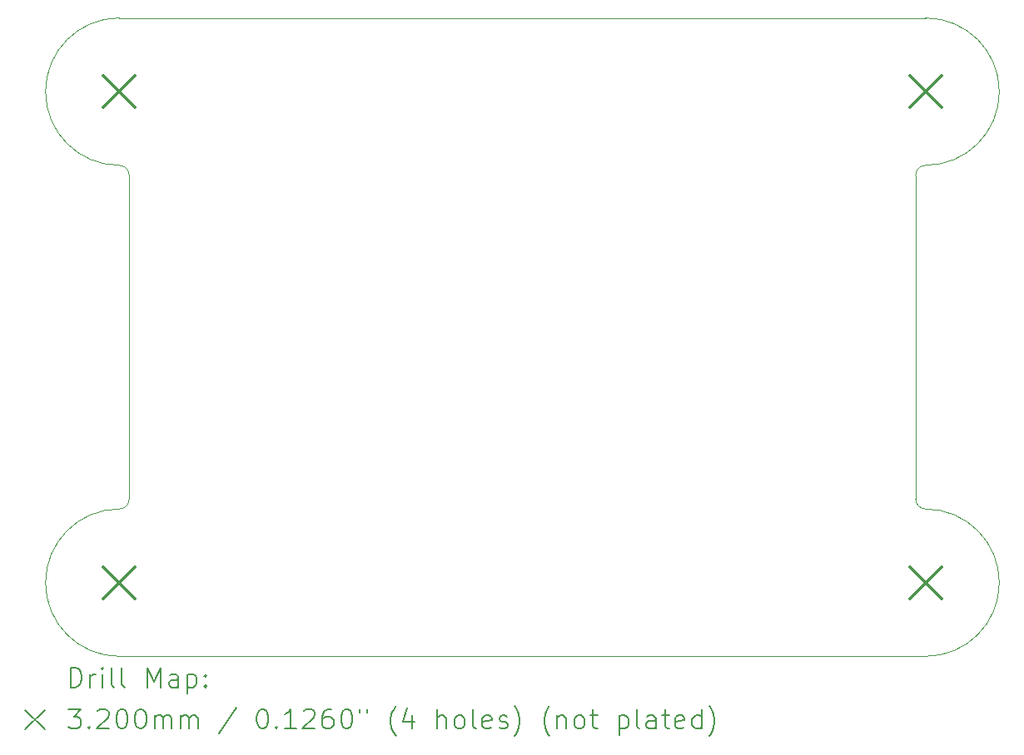
<source format=gbr>
%TF.GenerationSoftware,KiCad,Pcbnew,6.0.11*%
%TF.CreationDate,2023-02-08T13:55:27+01:00*%
%TF.ProjectId,pullup_counter_schematic,70756c6c-7570-45f6-936f-756e7465725f,1*%
%TF.SameCoordinates,Original*%
%TF.FileFunction,Drillmap*%
%TF.FilePolarity,Positive*%
%FSLAX45Y45*%
G04 Gerber Fmt 4.5, Leading zero omitted, Abs format (unit mm)*
G04 Created by KiCad (PCBNEW 6.0.11) date 2023-02-08 13:55:27*
%MOMM*%
%LPD*%
G01*
G04 APERTURE LIST*
%ADD10C,0.100000*%
%ADD11C,0.038100*%
%ADD12C,0.200000*%
%ADD13C,0.320000*%
G04 APERTURE END LIST*
D10*
X10100000Y-5100000D02*
X10100000Y-8400000D01*
D11*
X18100000Y-8400000D02*
X18100000Y-5100000D01*
X18200000Y-5000000D02*
G75*
G03*
X18100000Y-5100000I0J-100000D01*
G01*
D10*
X10000000Y-8500000D02*
G75*
G03*
X10000000Y-10000000I0J-750000D01*
G01*
D11*
X18000000Y-3500000D02*
X18200000Y-3500000D01*
X18100000Y-8400000D02*
G75*
G03*
X18200000Y-8500000I100000J0D01*
G01*
X18200000Y-5000000D02*
G75*
G03*
X18200000Y-3500000I0J750000D01*
G01*
D10*
X10000000Y-8500000D02*
G75*
G03*
X10100000Y-8400000I0J100000D01*
G01*
X18000000Y-3500000D02*
X10000000Y-3500000D01*
X18000000Y-10000000D02*
X18200000Y-10000000D01*
X10000000Y-3500000D02*
G75*
G03*
X10000000Y-5000000I0J-750000D01*
G01*
X10100000Y-5100000D02*
G75*
G03*
X10000000Y-5000000I-100000J0D01*
G01*
X18200000Y-10000000D02*
G75*
G03*
X18200000Y-8500000I0J750000D01*
G01*
X10000000Y-10000000D02*
X18000000Y-10000000D01*
D12*
D13*
X9840000Y-4090000D02*
X10160000Y-4410000D01*
X10160000Y-4090000D02*
X9840000Y-4410000D01*
X9840000Y-9090000D02*
X10160000Y-9410000D01*
X10160000Y-9090000D02*
X9840000Y-9410000D01*
X18040000Y-4090000D02*
X18360000Y-4410000D01*
X18360000Y-4090000D02*
X18040000Y-4410000D01*
X18040000Y-9090000D02*
X18360000Y-9410000D01*
X18360000Y-9090000D02*
X18040000Y-9410000D01*
D12*
X9502619Y-10315476D02*
X9502619Y-10115476D01*
X9550238Y-10115476D01*
X9578810Y-10125000D01*
X9597857Y-10144048D01*
X9607381Y-10163095D01*
X9616905Y-10201190D01*
X9616905Y-10229762D01*
X9607381Y-10267857D01*
X9597857Y-10286905D01*
X9578810Y-10305952D01*
X9550238Y-10315476D01*
X9502619Y-10315476D01*
X9702619Y-10315476D02*
X9702619Y-10182143D01*
X9702619Y-10220238D02*
X9712143Y-10201190D01*
X9721667Y-10191667D01*
X9740714Y-10182143D01*
X9759762Y-10182143D01*
X9826429Y-10315476D02*
X9826429Y-10182143D01*
X9826429Y-10115476D02*
X9816905Y-10125000D01*
X9826429Y-10134524D01*
X9835952Y-10125000D01*
X9826429Y-10115476D01*
X9826429Y-10134524D01*
X9950238Y-10315476D02*
X9931190Y-10305952D01*
X9921667Y-10286905D01*
X9921667Y-10115476D01*
X10055000Y-10315476D02*
X10035952Y-10305952D01*
X10026429Y-10286905D01*
X10026429Y-10115476D01*
X10283571Y-10315476D02*
X10283571Y-10115476D01*
X10350238Y-10258333D01*
X10416905Y-10115476D01*
X10416905Y-10315476D01*
X10597857Y-10315476D02*
X10597857Y-10210714D01*
X10588333Y-10191667D01*
X10569286Y-10182143D01*
X10531190Y-10182143D01*
X10512143Y-10191667D01*
X10597857Y-10305952D02*
X10578810Y-10315476D01*
X10531190Y-10315476D01*
X10512143Y-10305952D01*
X10502619Y-10286905D01*
X10502619Y-10267857D01*
X10512143Y-10248810D01*
X10531190Y-10239286D01*
X10578810Y-10239286D01*
X10597857Y-10229762D01*
X10693095Y-10182143D02*
X10693095Y-10382143D01*
X10693095Y-10191667D02*
X10712143Y-10182143D01*
X10750238Y-10182143D01*
X10769286Y-10191667D01*
X10778810Y-10201190D01*
X10788333Y-10220238D01*
X10788333Y-10277381D01*
X10778810Y-10296429D01*
X10769286Y-10305952D01*
X10750238Y-10315476D01*
X10712143Y-10315476D01*
X10693095Y-10305952D01*
X10874048Y-10296429D02*
X10883571Y-10305952D01*
X10874048Y-10315476D01*
X10864524Y-10305952D01*
X10874048Y-10296429D01*
X10874048Y-10315476D01*
X10874048Y-10191667D02*
X10883571Y-10201190D01*
X10874048Y-10210714D01*
X10864524Y-10201190D01*
X10874048Y-10191667D01*
X10874048Y-10210714D01*
X9045000Y-10545000D02*
X9245000Y-10745000D01*
X9245000Y-10545000D02*
X9045000Y-10745000D01*
X9483571Y-10535476D02*
X9607381Y-10535476D01*
X9540714Y-10611667D01*
X9569286Y-10611667D01*
X9588333Y-10621190D01*
X9597857Y-10630714D01*
X9607381Y-10649762D01*
X9607381Y-10697381D01*
X9597857Y-10716429D01*
X9588333Y-10725952D01*
X9569286Y-10735476D01*
X9512143Y-10735476D01*
X9493095Y-10725952D01*
X9483571Y-10716429D01*
X9693095Y-10716429D02*
X9702619Y-10725952D01*
X9693095Y-10735476D01*
X9683571Y-10725952D01*
X9693095Y-10716429D01*
X9693095Y-10735476D01*
X9778810Y-10554524D02*
X9788333Y-10545000D01*
X9807381Y-10535476D01*
X9855000Y-10535476D01*
X9874048Y-10545000D01*
X9883571Y-10554524D01*
X9893095Y-10573571D01*
X9893095Y-10592619D01*
X9883571Y-10621190D01*
X9769286Y-10735476D01*
X9893095Y-10735476D01*
X10016905Y-10535476D02*
X10035952Y-10535476D01*
X10055000Y-10545000D01*
X10064524Y-10554524D01*
X10074048Y-10573571D01*
X10083571Y-10611667D01*
X10083571Y-10659286D01*
X10074048Y-10697381D01*
X10064524Y-10716429D01*
X10055000Y-10725952D01*
X10035952Y-10735476D01*
X10016905Y-10735476D01*
X9997857Y-10725952D01*
X9988333Y-10716429D01*
X9978810Y-10697381D01*
X9969286Y-10659286D01*
X9969286Y-10611667D01*
X9978810Y-10573571D01*
X9988333Y-10554524D01*
X9997857Y-10545000D01*
X10016905Y-10535476D01*
X10207381Y-10535476D02*
X10226429Y-10535476D01*
X10245476Y-10545000D01*
X10255000Y-10554524D01*
X10264524Y-10573571D01*
X10274048Y-10611667D01*
X10274048Y-10659286D01*
X10264524Y-10697381D01*
X10255000Y-10716429D01*
X10245476Y-10725952D01*
X10226429Y-10735476D01*
X10207381Y-10735476D01*
X10188333Y-10725952D01*
X10178810Y-10716429D01*
X10169286Y-10697381D01*
X10159762Y-10659286D01*
X10159762Y-10611667D01*
X10169286Y-10573571D01*
X10178810Y-10554524D01*
X10188333Y-10545000D01*
X10207381Y-10535476D01*
X10359762Y-10735476D02*
X10359762Y-10602143D01*
X10359762Y-10621190D02*
X10369286Y-10611667D01*
X10388333Y-10602143D01*
X10416905Y-10602143D01*
X10435952Y-10611667D01*
X10445476Y-10630714D01*
X10445476Y-10735476D01*
X10445476Y-10630714D02*
X10455000Y-10611667D01*
X10474048Y-10602143D01*
X10502619Y-10602143D01*
X10521667Y-10611667D01*
X10531190Y-10630714D01*
X10531190Y-10735476D01*
X10626429Y-10735476D02*
X10626429Y-10602143D01*
X10626429Y-10621190D02*
X10635952Y-10611667D01*
X10655000Y-10602143D01*
X10683571Y-10602143D01*
X10702619Y-10611667D01*
X10712143Y-10630714D01*
X10712143Y-10735476D01*
X10712143Y-10630714D02*
X10721667Y-10611667D01*
X10740714Y-10602143D01*
X10769286Y-10602143D01*
X10788333Y-10611667D01*
X10797857Y-10630714D01*
X10797857Y-10735476D01*
X11188333Y-10525952D02*
X11016905Y-10783095D01*
X11445476Y-10535476D02*
X11464524Y-10535476D01*
X11483571Y-10545000D01*
X11493095Y-10554524D01*
X11502619Y-10573571D01*
X11512143Y-10611667D01*
X11512143Y-10659286D01*
X11502619Y-10697381D01*
X11493095Y-10716429D01*
X11483571Y-10725952D01*
X11464524Y-10735476D01*
X11445476Y-10735476D01*
X11426428Y-10725952D01*
X11416905Y-10716429D01*
X11407381Y-10697381D01*
X11397857Y-10659286D01*
X11397857Y-10611667D01*
X11407381Y-10573571D01*
X11416905Y-10554524D01*
X11426428Y-10545000D01*
X11445476Y-10535476D01*
X11597857Y-10716429D02*
X11607381Y-10725952D01*
X11597857Y-10735476D01*
X11588333Y-10725952D01*
X11597857Y-10716429D01*
X11597857Y-10735476D01*
X11797857Y-10735476D02*
X11683571Y-10735476D01*
X11740714Y-10735476D02*
X11740714Y-10535476D01*
X11721667Y-10564048D01*
X11702619Y-10583095D01*
X11683571Y-10592619D01*
X11874048Y-10554524D02*
X11883571Y-10545000D01*
X11902619Y-10535476D01*
X11950238Y-10535476D01*
X11969286Y-10545000D01*
X11978809Y-10554524D01*
X11988333Y-10573571D01*
X11988333Y-10592619D01*
X11978809Y-10621190D01*
X11864524Y-10735476D01*
X11988333Y-10735476D01*
X12159762Y-10535476D02*
X12121667Y-10535476D01*
X12102619Y-10545000D01*
X12093095Y-10554524D01*
X12074048Y-10583095D01*
X12064524Y-10621190D01*
X12064524Y-10697381D01*
X12074048Y-10716429D01*
X12083571Y-10725952D01*
X12102619Y-10735476D01*
X12140714Y-10735476D01*
X12159762Y-10725952D01*
X12169286Y-10716429D01*
X12178809Y-10697381D01*
X12178809Y-10649762D01*
X12169286Y-10630714D01*
X12159762Y-10621190D01*
X12140714Y-10611667D01*
X12102619Y-10611667D01*
X12083571Y-10621190D01*
X12074048Y-10630714D01*
X12064524Y-10649762D01*
X12302619Y-10535476D02*
X12321667Y-10535476D01*
X12340714Y-10545000D01*
X12350238Y-10554524D01*
X12359762Y-10573571D01*
X12369286Y-10611667D01*
X12369286Y-10659286D01*
X12359762Y-10697381D01*
X12350238Y-10716429D01*
X12340714Y-10725952D01*
X12321667Y-10735476D01*
X12302619Y-10735476D01*
X12283571Y-10725952D01*
X12274048Y-10716429D01*
X12264524Y-10697381D01*
X12255000Y-10659286D01*
X12255000Y-10611667D01*
X12264524Y-10573571D01*
X12274048Y-10554524D01*
X12283571Y-10545000D01*
X12302619Y-10535476D01*
X12445476Y-10535476D02*
X12445476Y-10573571D01*
X12521667Y-10535476D02*
X12521667Y-10573571D01*
X12816905Y-10811667D02*
X12807381Y-10802143D01*
X12788333Y-10773571D01*
X12778809Y-10754524D01*
X12769286Y-10725952D01*
X12759762Y-10678333D01*
X12759762Y-10640238D01*
X12769286Y-10592619D01*
X12778809Y-10564048D01*
X12788333Y-10545000D01*
X12807381Y-10516429D01*
X12816905Y-10506905D01*
X12978809Y-10602143D02*
X12978809Y-10735476D01*
X12931190Y-10525952D02*
X12883571Y-10668810D01*
X13007381Y-10668810D01*
X13235952Y-10735476D02*
X13235952Y-10535476D01*
X13321667Y-10735476D02*
X13321667Y-10630714D01*
X13312143Y-10611667D01*
X13293095Y-10602143D01*
X13264524Y-10602143D01*
X13245476Y-10611667D01*
X13235952Y-10621190D01*
X13445476Y-10735476D02*
X13426428Y-10725952D01*
X13416905Y-10716429D01*
X13407381Y-10697381D01*
X13407381Y-10640238D01*
X13416905Y-10621190D01*
X13426428Y-10611667D01*
X13445476Y-10602143D01*
X13474048Y-10602143D01*
X13493095Y-10611667D01*
X13502619Y-10621190D01*
X13512143Y-10640238D01*
X13512143Y-10697381D01*
X13502619Y-10716429D01*
X13493095Y-10725952D01*
X13474048Y-10735476D01*
X13445476Y-10735476D01*
X13626428Y-10735476D02*
X13607381Y-10725952D01*
X13597857Y-10706905D01*
X13597857Y-10535476D01*
X13778809Y-10725952D02*
X13759762Y-10735476D01*
X13721667Y-10735476D01*
X13702619Y-10725952D01*
X13693095Y-10706905D01*
X13693095Y-10630714D01*
X13702619Y-10611667D01*
X13721667Y-10602143D01*
X13759762Y-10602143D01*
X13778809Y-10611667D01*
X13788333Y-10630714D01*
X13788333Y-10649762D01*
X13693095Y-10668810D01*
X13864524Y-10725952D02*
X13883571Y-10735476D01*
X13921667Y-10735476D01*
X13940714Y-10725952D01*
X13950238Y-10706905D01*
X13950238Y-10697381D01*
X13940714Y-10678333D01*
X13921667Y-10668810D01*
X13893095Y-10668810D01*
X13874048Y-10659286D01*
X13864524Y-10640238D01*
X13864524Y-10630714D01*
X13874048Y-10611667D01*
X13893095Y-10602143D01*
X13921667Y-10602143D01*
X13940714Y-10611667D01*
X14016905Y-10811667D02*
X14026428Y-10802143D01*
X14045476Y-10773571D01*
X14055000Y-10754524D01*
X14064524Y-10725952D01*
X14074048Y-10678333D01*
X14074048Y-10640238D01*
X14064524Y-10592619D01*
X14055000Y-10564048D01*
X14045476Y-10545000D01*
X14026428Y-10516429D01*
X14016905Y-10506905D01*
X14378809Y-10811667D02*
X14369286Y-10802143D01*
X14350238Y-10773571D01*
X14340714Y-10754524D01*
X14331190Y-10725952D01*
X14321667Y-10678333D01*
X14321667Y-10640238D01*
X14331190Y-10592619D01*
X14340714Y-10564048D01*
X14350238Y-10545000D01*
X14369286Y-10516429D01*
X14378809Y-10506905D01*
X14455000Y-10602143D02*
X14455000Y-10735476D01*
X14455000Y-10621190D02*
X14464524Y-10611667D01*
X14483571Y-10602143D01*
X14512143Y-10602143D01*
X14531190Y-10611667D01*
X14540714Y-10630714D01*
X14540714Y-10735476D01*
X14664524Y-10735476D02*
X14645476Y-10725952D01*
X14635952Y-10716429D01*
X14626428Y-10697381D01*
X14626428Y-10640238D01*
X14635952Y-10621190D01*
X14645476Y-10611667D01*
X14664524Y-10602143D01*
X14693095Y-10602143D01*
X14712143Y-10611667D01*
X14721667Y-10621190D01*
X14731190Y-10640238D01*
X14731190Y-10697381D01*
X14721667Y-10716429D01*
X14712143Y-10725952D01*
X14693095Y-10735476D01*
X14664524Y-10735476D01*
X14788333Y-10602143D02*
X14864524Y-10602143D01*
X14816905Y-10535476D02*
X14816905Y-10706905D01*
X14826428Y-10725952D01*
X14845476Y-10735476D01*
X14864524Y-10735476D01*
X15083571Y-10602143D02*
X15083571Y-10802143D01*
X15083571Y-10611667D02*
X15102619Y-10602143D01*
X15140714Y-10602143D01*
X15159762Y-10611667D01*
X15169286Y-10621190D01*
X15178809Y-10640238D01*
X15178809Y-10697381D01*
X15169286Y-10716429D01*
X15159762Y-10725952D01*
X15140714Y-10735476D01*
X15102619Y-10735476D01*
X15083571Y-10725952D01*
X15293095Y-10735476D02*
X15274048Y-10725952D01*
X15264524Y-10706905D01*
X15264524Y-10535476D01*
X15455000Y-10735476D02*
X15455000Y-10630714D01*
X15445476Y-10611667D01*
X15426428Y-10602143D01*
X15388333Y-10602143D01*
X15369286Y-10611667D01*
X15455000Y-10725952D02*
X15435952Y-10735476D01*
X15388333Y-10735476D01*
X15369286Y-10725952D01*
X15359762Y-10706905D01*
X15359762Y-10687857D01*
X15369286Y-10668810D01*
X15388333Y-10659286D01*
X15435952Y-10659286D01*
X15455000Y-10649762D01*
X15521667Y-10602143D02*
X15597857Y-10602143D01*
X15550238Y-10535476D02*
X15550238Y-10706905D01*
X15559762Y-10725952D01*
X15578809Y-10735476D01*
X15597857Y-10735476D01*
X15740714Y-10725952D02*
X15721667Y-10735476D01*
X15683571Y-10735476D01*
X15664524Y-10725952D01*
X15655000Y-10706905D01*
X15655000Y-10630714D01*
X15664524Y-10611667D01*
X15683571Y-10602143D01*
X15721667Y-10602143D01*
X15740714Y-10611667D01*
X15750238Y-10630714D01*
X15750238Y-10649762D01*
X15655000Y-10668810D01*
X15921667Y-10735476D02*
X15921667Y-10535476D01*
X15921667Y-10725952D02*
X15902619Y-10735476D01*
X15864524Y-10735476D01*
X15845476Y-10725952D01*
X15835952Y-10716429D01*
X15826428Y-10697381D01*
X15826428Y-10640238D01*
X15835952Y-10621190D01*
X15845476Y-10611667D01*
X15864524Y-10602143D01*
X15902619Y-10602143D01*
X15921667Y-10611667D01*
X15997857Y-10811667D02*
X16007381Y-10802143D01*
X16026428Y-10773571D01*
X16035952Y-10754524D01*
X16045476Y-10725952D01*
X16055000Y-10678333D01*
X16055000Y-10640238D01*
X16045476Y-10592619D01*
X16035952Y-10564048D01*
X16026428Y-10545000D01*
X16007381Y-10516429D01*
X15997857Y-10506905D01*
M02*

</source>
